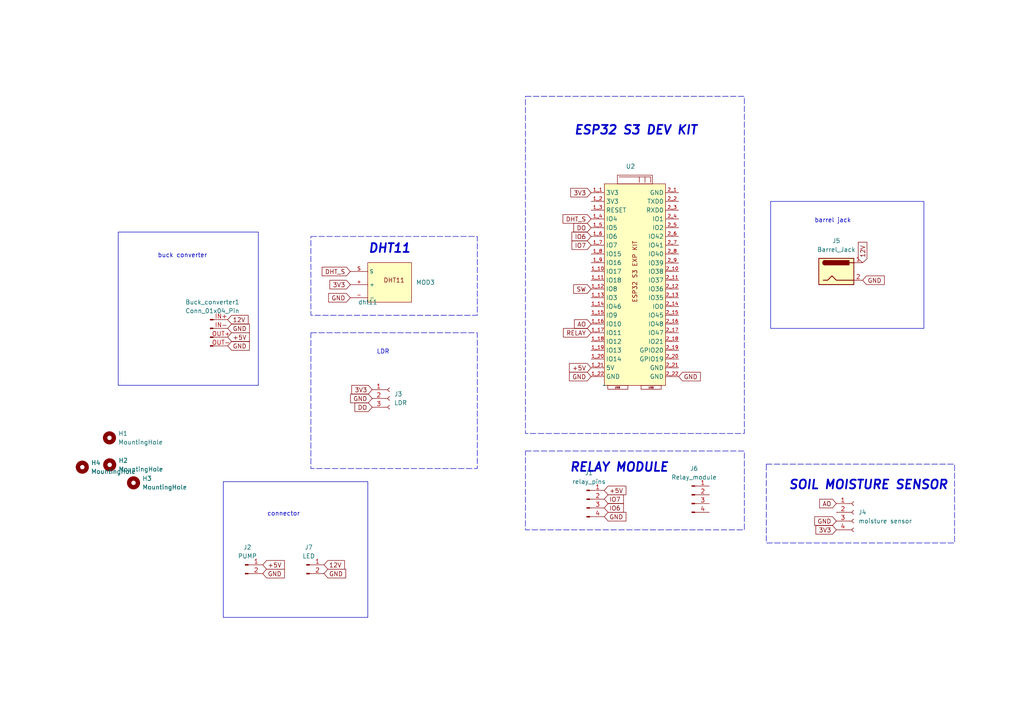
<source format=kicad_sch>
(kicad_sch (version 20230121) (generator eeschema)
  (paper "A4")
  (lib_symbols
    (symbol "Conn_01x04_Pin_1" (pin_names (offset 1.016) hide)
      (property "Reference" "J6" (at 0.635 7.62 0))
      (property "Value" "Conn_01x04_Pin" (at 0.635 5.08 0))
      (symbol "Conn_01x04_Pin_1_1_1"
        (polyline (pts (xy 1.27 -5.08) (xy 0.8636 -5.08)) (stroke (width 0.1524)))
        (polyline (pts (xy 1.27 -2.54) (xy 0.8636 -2.54)) (stroke (width 0.1524)))
        (polyline (pts (xy 1.27 0) (xy 0.8636 0)) (stroke (width 0.1524)))
        (polyline (pts (xy 1.27 2.54) (xy 0.8636 2.54)) (stroke (width 0.1524)))
        (rectangle (start 0.8636 -4.953) (end 0 -5.207) (stroke (width 0.1524)) (fill (type outline)))
        (rectangle (start 0.8636 -2.413) (end 0 -2.667) (stroke (width 0.1524)) (fill (type outline)))
        (rectangle (start 0.8636 0.127) (end 0 -0.127) (stroke (width 0.1524)) (fill (type outline)))
        (rectangle (start 0.8636 2.667) (end 0 2.413) (stroke (width 0.1524)) (fill (type outline)))
        (pin passive line (at 5.08 2.54 180) (length 3.81) (name "IN+") (number "IN+"))
        (pin passive line (at 5.08 0 180) (length 3.81) (name "IN-") (number "IN-"))
        (pin passive line (at 5.08 -2.54 180) (length 3.81) (name "OUT+") (number "OUT+"))
        (pin passive line (at 5.08 -5.08 180) (length 3.81) (name "OUT-") (number "OUT-"))
      )
    )
    (symbol "Conn_01x04_Pin_2" (pin_names (offset 1.016) hide)
      (property "Reference" "J" (at 0 5.08 0))
      (property "Value" "Conn_01x04_Pin" (at 0 -7.62 0))
      (symbol "Conn_01x04_Pin_2_1_1"
        (polyline (pts (xy 1.27 -5.08) (xy 0.8636 -5.08)) (stroke (width 0.1524)))
        (polyline (pts (xy 1.27 -2.54) (xy 0.8636 -2.54)) (stroke (width 0.1524)))
        (polyline (pts (xy 1.27 0) (xy 0.8636 0)) (stroke (width 0.1524)))
        (polyline (pts (xy 1.27 2.54) (xy 0.8636 2.54)) (stroke (width 0.1524)))
        (rectangle (start 0.8636 -4.953) (end 0 -5.207) (stroke (width 0.1524)) (fill (type outline)))
        (rectangle (start 0.8636 -2.413) (end 0 -2.667) (stroke (width 0.1524)) (fill (type outline)))
        (rectangle (start 0.8636 0.127) (end 0 -0.127) (stroke (width 0.1524)) (fill (type outline)))
        (rectangle (start 0.8636 2.667) (end 0 2.413) (stroke (width 0.1524)) (fill (type outline)))
        (pin passive line (at 5.08 2.54 180) (length 3.81) (name "Pin_1") (number "1"))
        (pin passive line (at 5.08 0 180) (length 3.81) (name "Pin_2") (number "2"))
        (pin passive line (at 5.08 -2.54 180) (length 3.81) (name "Pin_3") (number "3"))
        (pin passive line (at 5.08 -5.08 180) (length 3.81) (name "Pin_4") (number "4"))
      )
    )
    (symbol "Connector:Barrel_Jack" (pin_names (offset 1.016))
      (property "Reference" "J" (at 0 5.334 0))
      (property "Value" "Barrel_Jack" (at 0 -5.08 0))
      (symbol "Barrel_Jack_0_1"
        (rectangle (start -5.08 3.81) (end 5.08 -3.81) (stroke (width 0.254)) (fill (type background)))
        (arc (start -3.302 3.175) (mid -3.9343 2.54) (end -3.302 1.905) (stroke (width 0.254)))
        (arc (start -3.302 3.175) (mid -3.9343 2.54) (end -3.302 1.905) (stroke (width 0.254)) (fill (type outline)))
        (polyline (pts (xy 5.08 2.54) (xy 3.81 2.54)) (stroke (width 0.254)))
        (polyline (pts (xy -3.81 -2.54) (xy -2.54 -2.54) (xy -1.27 -1.27) (xy 0 -2.54) (xy 2.54 -2.54) (xy 5.08 -2.54)) (stroke (width 0.254)))
        (rectangle (start 3.683 3.175) (end -3.302 1.905) (stroke (width 0.254)) (fill (type outline)))
      )
      (symbol "Barrel_Jack_1_1"
        (pin passive line (at 7.62 2.54 180) (length 2.54) (name "~") (number "1"))
        (pin passive line (at 7.62 -2.54 180) (length 2.54) (name "~") (number "2"))
      )
    )
    (symbol "Connector:Conn_01x02_Pin" (pin_names (offset 1.016) hide)
      (property "Reference" "J" (at 0 2.54 0))
      (property "Value" "Conn_01x02_Pin" (at 0 -5.08 0))
      (symbol "Conn_01x02_Pin_1_1"
        (polyline (pts (xy 1.27 -2.54) (xy 0.8636 -2.54)) (stroke (width 0.1524)))
        (polyline (pts (xy 1.27 0) (xy 0.8636 0)) (stroke (width 0.1524)))
        (rectangle (start 0.8636 -2.413) (end 0 -2.667) (stroke (width 0.1524)) (fill (type outline)))
        (rectangle (start 0.8636 0.127) (end 0 -0.127) (stroke (width 0.1524)) (fill (type outline)))
        (pin passive line (at 5.08 0 180) (length 3.81) (name "Pin_1") (number "1"))
        (pin passive line (at 5.08 -2.54 180) (length 3.81) (name "Pin_2") (number "2"))
      )
    )
    (symbol "Connector:Conn_01x03_Socket" (pin_names (offset 1.016) hide)
      (property "Reference" "J" (at 0 5.08 0))
      (property "Value" "Conn_01x03_Socket" (at 0 -5.08 0))
      (symbol "Conn_01x03_Socket_1_1"
        (arc (start 0 -2.032) (mid -0.5058 -2.54) (end 0 -3.048) (stroke (width 0.1524)))
        (polyline (pts (xy -1.27 -2.54) (xy -0.508 -2.54)) (stroke (width 0.1524)))
        (polyline (pts (xy -1.27 0) (xy -0.508 0)) (stroke (width 0.1524)))
        (polyline (pts (xy -1.27 2.54) (xy -0.508 2.54)) (stroke (width 0.1524)))
        (arc (start 0 0.508) (mid -0.5058 0) (end 0 -0.508) (stroke (width 0.1524)))
        (arc (start 0 3.048) (mid -0.5058 2.54) (end 0 2.032) (stroke (width 0.1524)))
        (pin passive line (at -5.08 2.54 0) (length 3.81) (name "Pin_1") (number "1"))
        (pin passive line (at -5.08 0 0) (length 3.81) (name "Pin_2") (number "2"))
        (pin passive line (at -5.08 -2.54 0) (length 3.81) (name "Pin_3") (number "3"))
      )
    )
    (symbol "Connector:Conn_01x04_Pin" (pin_names (offset 1.016) hide)
      (property "Reference" "J6" (at 0.635 7.62 0))
      (property "Value" "Relay_module" (at 0.635 5.08 0))
      (symbol "Conn_01x04_Pin_1_1"
        (polyline (pts (xy 1.27 -5.08) (xy 0.8636 -5.08)) (stroke (width 0.1524)))
        (polyline (pts (xy 1.27 -2.54) (xy 0.8636 -2.54)) (stroke (width 0.1524)))
        (polyline (pts (xy 1.27 0) (xy 0.8636 0)) (stroke (width 0.1524)))
        (polyline (pts (xy 1.27 2.54) (xy 0.8636 2.54)) (stroke (width 0.1524)))
        (rectangle (start 0.8636 -4.953) (end 0 -5.207) (stroke (width 0.1524)) (fill (type outline)))
        (rectangle (start 0.8636 -2.413) (end 0 -2.667) (stroke (width 0.1524)) (fill (type outline)))
        (rectangle (start 0.8636 0.127) (end 0 -0.127) (stroke (width 0.1524)) (fill (type outline)))
        (rectangle (start 0.8636 2.667) (end 0 2.413) (stroke (width 0.1524)) (fill (type outline)))
        (pin passive line (at 5.08 2.54 180) (length 3.81) (name "1") (number "1"))
        (pin passive line (at 5.08 0 180) (length 3.81) (name "2") (number "2"))
        (pin passive line (at 5.08 -2.54 180) (length 3.81) (name "3") (number "3"))
        (pin passive line (at 5.08 -5.08 180) (length 3.81) (name "4") (number "4"))
      )
    )
    (symbol "Connector:Conn_01x04_Socket" (pin_names (offset 1.016) hide)
      (property "Reference" "J" (at 0 5.08 0))
      (property "Value" "Conn_01x04_Socket" (at 0 -7.62 0))
      (symbol "Conn_01x04_Socket_1_1"
        (arc (start 0 -4.572) (mid -0.5058 -5.08) (end 0 -5.588) (stroke (width 0.1524)))
        (arc (start 0 -2.032) (mid -0.5058 -2.54) (end 0 -3.048) (stroke (width 0.1524)))
        (polyline (pts (xy -1.27 -5.08) (xy -0.508 -5.08)) (stroke (width 0.1524)))
        (polyline (pts (xy -1.27 -2.54) (xy -0.508 -2.54)) (stroke (width 0.1524)))
        (polyline (pts (xy -1.27 0) (xy -0.508 0)) (stroke (width 0.1524)))
        (polyline (pts (xy -1.27 2.54) (xy -0.508 2.54)) (stroke (width 0.1524)))
        (arc (start 0 0.508) (mid -0.5058 0) (end 0 -0.508) (stroke (width 0.1524)))
        (arc (start 0 3.048) (mid -0.5058 2.54) (end 0 2.032) (stroke (width 0.1524)))
        (pin passive line (at -5.08 2.54 0) (length 3.81) (name "Pin_1") (number "1"))
        (pin passive line (at -5.08 0 0) (length 3.81) (name "Pin_2") (number "2"))
        (pin passive line (at -5.08 -2.54 0) (length 3.81) (name "Pin_3") (number "3"))
        (pin passive line (at -5.08 -5.08 0) (length 3.81) (name "Pin_4") (number "4"))
      )
    )
    (symbol "Kicad_lib:DHT11"
      (property "Reference" "MOD" (at 2.54 -1.27 0))
      (symbol "DHT11_1_1"
        (rectangle (start 0 11.43) (end 12.7 0) (fill (type background)))
        (text "DHT11" (at 7.62 6.35 0) (effects (font (size 1.27 1.27))))
        (pin bidirectional line (at -5.08 5.08 0) (length 5.08) (name "+") (number "+"))
        (pin bidirectional line (at -5.08 1.27 0) (length 5.08) (name "-") (number "-"))
        (pin bidirectional line (at -5.08 8.89 0) (length 5.08) (name "S") (number "S"))
      )
    )
    (symbol "Mechanical:MountingHole" (pin_names (offset 1.016))
      (property "Reference" "H" (at 0 5.08 0))
      (property "Value" "MountingHole" (at 0 3.175 0))
      (symbol "MountingHole_0_1"
        (circle (center 0 0) (radius 1.27) (stroke (width 1.27)))
      )
    )
    (symbol "esp32s3:ESP32S3-BRD"
      (property "Reference" "U" (at 1.905 59.69 0))
      (symbol "ESP32S3-BRD_1_1"
        (polyline (pts (xy 10.16 60.452) (xy 10.16 58.801)))
        (polyline (pts (xy 11.811 60.452) (xy 11.811 58.801)))
        (polyline (pts (xy 4.318 60.452) (xy 13.462 60.452) (xy 13.462 58.801)))
        (polyline (pts (xy 0 58.42) (xy 17.78 58.42) (xy 17.78 0) (xy 0 0) (xy 0 58.42)) (fill (type background)))
        (rectangle (start 1.016 0) (end 6.858 -1.143))
        (rectangle (start 3.81 60.96) (end 13.97 58.42))
        (rectangle (start 10.668 0) (end 16.51 -1.143))
        (text "ESP32 S3 EXP KIT\n" (at 8.89 33.02 900) (effects (font (size 1.27 1.27))))
        (text "USB" (at 3.81 -0.635 0) (effects (font (size 0.5 0.5))))
        (text "USB" (at 13.589 -0.635 0) (effects (font (size 0.5 0.5))))
        (pin power_out line (at -3.81 55.88 0) (length 3.81) (name "3V3") (number "1_1"))
        (pin input line (at -3.81 33.02 0) (length 3.81) (name "IO17") (number "1_10"))
        (pin input line (at -3.81 30.48 0) (length 3.81) (name "IO18") (number "1_11"))
        (pin input line (at -3.81 27.94 0) (length 3.81) (name "IO8") (number "1_12"))
        (pin input line (at -3.81 25.4 0) (length 3.81) (name "IO3") (number "1_13"))
        (pin input line (at -3.81 22.86 0) (length 3.81) (name "IO46") (number "1_14"))
        (pin input line (at -3.81 20.32 0) (length 3.81) (name "IO9") (number "1_15"))
        (pin input line (at -3.81 17.78 0) (length 3.81) (name "IO10") (number "1_16"))
        (pin input line (at -3.81 15.24 0) (length 3.81) (name "IO11") (number "1_17"))
        (pin input line (at -3.81 12.7 0) (length 3.81) (name "IO12") (number "1_18"))
        (pin input line (at -3.81 10.16 0) (length 3.81) (name "IO13") (number "1_19"))
        (pin power_out line (at -3.81 53.34 0) (length 3.81) (name "3V3") (number "1_2"))
        (pin input line (at -3.81 7.62 0) (length 3.81) (name "IO14") (number "1_20"))
        (pin power_in line (at -3.81 5.08 0) (length 3.81) (name "5V") (number "1_21"))
        (pin input line (at -3.81 2.54 0) (length 3.81) (name "GND") (number "1_22"))
        (pin input line (at -3.81 50.8 0) (length 3.81) (name "RESET") (number "1_3"))
        (pin input line (at -3.81 48.26 0) (length 3.81) (name "IO4") (number "1_4"))
        (pin input line (at -3.81 45.72 0) (length 3.81) (name "IO5") (number "1_5"))
        (pin input line (at -3.81 43.18 0) (length 3.81) (name "IO6") (number "1_6"))
        (pin input line (at -3.81 40.64 0) (length 3.81) (name "IO7") (number "1_7"))
        (pin input line (at -3.81 38.1 0) (length 3.81) (name "IO15") (number "1_8"))
        (pin input line (at -3.81 35.56 0) (length 3.81) (name "IO16") (number "1_9"))
        (pin input line (at 21.59 55.88 180) (length 3.81) (name "GND") (number "2_1"))
        (pin input line (at 21.59 33.02 180) (length 3.81) (name "IO38") (number "2_10"))
        (pin input line (at 21.59 30.48 180) (length 3.81) (name "IO37") (number "2_11"))
        (pin input line (at 21.59 27.94 180) (length 3.81) (name "IO36") (number "2_12"))
        (pin input line (at 21.59 25.4 180) (length 3.81) (name "IO35") (number "2_13"))
        (pin input line (at 21.59 22.86 180) (length 3.81) (name "IO0") (number "2_14"))
        (pin input line (at 21.59 20.32 180) (length 3.81) (name "IO45") (number "2_15"))
        (pin input line (at 21.59 17.78 180) (length 3.81) (name "IO48") (number "2_16"))
        (pin input line (at 21.59 15.24 180) (length 3.81) (name "IO47") (number "2_17"))
        (pin input line (at 21.59 12.7 180) (length 3.81) (name "IO21") (number "2_18"))
        (pin input line (at 21.59 10.16 180) (length 3.81) (name "GPIO20") (number "2_19"))
        (pin input line (at 21.59 53.34 180) (length 3.81) (name "TXD0") (number "2_2"))
        (pin input line (at 21.59 7.62 180) (length 3.81) (name "GPIO19") (number "2_20"))
        (pin input line (at 21.59 5.08 180) (length 3.81) (name "GND") (number "2_21"))
        (pin input line (at 21.59 2.54 180) (length 3.81) (name "GND") (number "2_22"))
        (pin input line (at 21.59 50.8 180) (length 3.81) (name "RXD0") (number "2_3"))
        (pin input line (at 21.59 48.26 180) (length 3.81) (name "IO1") (number "2_4"))
        (pin input line (at 21.59 45.72 180) (length 3.81) (name "IO2") (number "2_5"))
        (pin input line (at 21.59 43.18 180) (length 3.81) (name "IO42") (number "2_6"))
        (pin input line (at 21.59 40.64 180) (length 3.81) (name "IO41") (number "2_7"))
        (pin input line (at 21.59 38.1 180) (length 3.81) (name "IO40") (number "2_8"))
        (pin input line (at 21.59 35.4717 180) (length 3.81) (name "IO39") (number "2_9"))
      )
    )
  )
  (rectangle (start 90.17 96.52) (end 138.43 135.89) (stroke (width 0) (type dash)))
  (rectangle (start 90.17 68.58) (end 138.43 91.44) (stroke (width 0) (type dash)))
  (rectangle (start 34.29 67.31) (end 74.93 111.76))
  (rectangle (start 152.4 27.94) (end 215.9 125.73) (stroke (width 0) (type dash)))
  (rectangle (start 223.52 58.42) (end 267.97 95.25))
  (rectangle (start 152.4 130.81) (end 215.9 153.67) (stroke (width 0) (type dash)))
  (rectangle (start 64.77 139.7) (end 106.68 179.07))
  (rectangle (start 222.25 134.62) (end 276.86 157.48) (stroke (width 0) (type dash)))
  (text "DHT11" (at 106.68 73.66 0) (effects (font (size 2.54 2.54) (thickness 0.508) bold italic) (justify left bottom)))
  (text "LDR\n" (at 109.22 102.87 0) (effects (font (size 1.27 1.27)) (justify left bottom)))
  (text "ESP32 S3 DEV KIT" (at 166.37 39.37 0) (effects (font (size 2.54 2.54) (thickness 0.508) bold italic) (justify left bottom)))
  (text "RELAY MODULE" (at 165.1 137.16 0) (effects (font (size 2.54 2.54) (thickness 0.508) bold italic) (justify left bottom)))
  (text "connector\n" (at 77.47 149.86 0) (effects (font (size 1.27 1.27)) (justify left bottom)))
  (text "SOIL MOISTURE SENSOR" (at 228.6 142.24 0) (effects (font (size 2.54 2.54) (thickness 0.508) bold italic) (justify left bottom)))
  (text "buck converter\n" (at 45.72 74.93 0) (effects (font (size 1.27 1.27)) (justify left bottom)))
  (text "barrel jack" (at 236.22 64.77 0) (effects (font (size 1.27 1.27)) (justify left bottom)))
  (global_label "DHT_S" (shape input) (at 101.6 78.74 180) (property "Intersheetrefs" "${INTERSHEET_REFS}" (effects hide)))
  (global_label "12V" (shape input) (at 250.19 76.2 90) (property "Intersheetrefs" "${INTERSHEET_REFS}" (effects hide)))
  (global_label "+5V" (shape input) (at 66.04 97.79 0) (property "Intersheetrefs" "${INTERSHEET_REFS}" (effects hide)))
  (global_label "+5V" (shape input) (at 171.45 106.68 180) (property "Intersheetrefs" "${INTERSHEET_REFS}" (effects hide)))
  (global_label "AO" (shape input) (at 171.45 93.98 180) (property "Intersheetrefs" "${INTERSHEET_REFS}" (effects hide)))
  (global_label "GND" (shape input) (at 93.98 166.37 0) (property "Intersheetrefs" "${INTERSHEET_REFS}" (effects hide)))
  (global_label "IO6" (shape input) (at 175.26 147.32 0) (property "Intersheetrefs" "${INTERSHEET_REFS}" (effects hide)))
  (global_label "DHT_S" (shape input) (at 171.45 63.5 180) (property "Intersheetrefs" "${INTERSHEET_REFS}" (effects hide)))
  (global_label "+5V" (shape input) (at 175.26 142.24 0) (property "Intersheetrefs" "${INTERSHEET_REFS}" (effects hide)))
  (global_label "RELAY" (shape input) (at 171.45 96.52 180) (property "Intersheetrefs" "${INTERSHEET_REFS}" (effects hide)))
  (global_label "12V" (shape input) (at 66.04 92.71 0) (property "Intersheetrefs" "${INTERSHEET_REFS}" (effects hide)))
  (global_label "+5V" (shape input) (at 76.2 163.83 0) (property "Intersheetrefs" "${INTERSHEET_REFS}" (effects hide)))
  (global_label "3V3" (shape input) (at 171.45 55.88 180) (property "Intersheetrefs" "${INTERSHEET_REFS}" (effects hide)))
  (global_label "3V3" (shape input) (at 107.95 113.03 180) (property "Intersheetrefs" "${INTERSHEET_REFS}" (effects hide)))
  (global_label "GND" (shape input) (at 66.04 95.25 0) (property "Intersheetrefs" "${INTERSHEET_REFS}" (effects hide)))
  (global_label "AO" (shape input) (at 242.57 146.05 180) (property "Intersheetrefs" "${INTERSHEET_REFS}" (effects hide)))
  (global_label "GND" (shape input) (at 250.19 81.28 0) (property "Intersheetrefs" "${INTERSHEET_REFS}" (effects hide)))
  (global_label "DO" (shape input) (at 171.45 66.04 180) (property "Intersheetrefs" "${INTERSHEET_REFS}" (effects hide)))
  (global_label "DO" (shape input) (at 107.95 118.11 180) (property "Intersheetrefs" "${INTERSHEET_REFS}" (effects hide)))
  (global_label "GND" (shape input) (at 66.04 100.33 0) (property "Intersheetrefs" "${INTERSHEET_REFS}" (effects hide)))
  (global_label "3V3" (shape input) (at 242.57 153.67 180) (property "Intersheetrefs" "${INTERSHEET_REFS}" (effects hide)))
  (global_label "GND" (shape input) (at 101.6 86.36 180) (property "Intersheetrefs" "${INTERSHEET_REFS}" (effects hide)))
  (global_label "GND" (shape input) (at 107.95 115.57 180) (property "Intersheetrefs" "${INTERSHEET_REFS}" (effects hide)))
  (global_label "GND" (shape input) (at 196.85 109.22 0) (property "Intersheetrefs" "${INTERSHEET_REFS}" (effects hide)))
  (global_label "GND" (shape input) (at 175.26 149.86 0) (property "Intersheetrefs" "${INTERSHEET_REFS}" (effects hide)))
  (global_label "IO7" (shape input) (at 171.45 71.12 180) (property "Intersheetrefs" "${INTERSHEET_REFS}" (effects hide)))
  (global_label "GND" (shape input) (at 242.57 151.13 180) (property "Intersheetrefs" "${INTERSHEET_REFS}" (effects hide)))
  (global_label "IO7" (shape input) (at 175.26 144.78 0) (property "Intersheetrefs" "${INTERSHEET_REFS}" (effects hide)))
  (global_label "IO6" (shape input) (at 171.45 68.58 180) (property "Intersheetrefs" "${INTERSHEET_REFS}" (effects hide)))
  (global_label "SW" (shape input) (at 171.45 83.82 180) (property "Intersheetrefs" "${INTERSHEET_REFS}" (effects hide)))
  (global_label "3V3" (shape input) (at 101.6 82.55 180) (property "Intersheetrefs" "${INTERSHEET_REFS}" (effects hide)))
  (global_label "12V" (shape input) (at 93.98 163.83 0) (property "Intersheetrefs" "${INTERSHEET_REFS}" (effects hide)))
  (global_label "GND" (shape input) (at 171.45 109.22 180) (property "Intersheetrefs" "${INTERSHEET_REFS}" (effects hide)))
  (global_label "GND" (shape input) (at 76.2 166.37 0) (property "Intersheetrefs" "${INTERSHEET_REFS}" (effects hide)))
  (symbol (lib_id "Connector:Conn_01x04_Socket") (at 247.65 148.59 0) (unit 1)
    (property "Reference" "J4" (at 248.92 148.59 0) (effects (justify left)))
    (property "Value" "moisture sensor" (at 248.92 151.13 0) (effects (justify left)))
    (property "Footprint" "Connector_PinHeader_2.54mm:PinHeader_1x04_P2.54mm_Vertical" (effects hide))
  )
  (symbol (lib_id "esp32s3:ESP32S3-BRD") (at 175.26 111.76 0) (unit 1)
    (property "Reference" "U2" (at 182.88 48.26 0))
    (property "Value" "~" (at 175.26 111.76 0))
    (property "Footprint" "ESP32-S3 EXP KIT LIBRARY:ESP32-S3BRD" (effects hide))
  )
  (symbol (lib_id "Connector:Conn_01x02_Pin") (at 88.9 163.83 0) (unit 1)
    (property "Reference" "J7" (at 89.535 158.75 0))
    (property "Value" "LED" (at 89.535 161.29 0))
    (property "Footprint" "kicad_lib:TE_282837-2" (effects hide))
  )
  (symbol (lib_id "Connector:Barrel_Jack") (at 242.57 78.74 0) (unit 1)
    (property "Reference" "J5" (at 242.57 69.85 0))
    (property "Value" "Barrel_Jack" (at 242.57 72.39 0))
    (property "Footprint" "Connector_BarrelJack:BarrelJack_Horizontal" (effects hide))
  )
  (symbol (lib_id "Connector:Conn_01x02_Pin") (at 71.12 163.83 0) (unit 1)
    (property "Reference" "J2" (at 71.755 158.75 0))
    (property "Value" "PUMP" (at 71.755 161.29 0))
    (property "Footprint" "kicad_lib:TE_282837-2" (effects hide))
  )
  (symbol (lib_name "Conn_01x04_Pin_1") (lib_id "Connector:Conn_01x04_Pin") (at 60.96 95.25 0) (unit 1)
    (property "Reference" "Buck_converter1" (at 61.595 87.63 0))
    (property "Value" "Conn_01x04_Pin" (at 61.595 90.17 0))
    (property "Footprint" "kicad_lib:BUCK CONVERTER" (effects hide))
  )
  (symbol (lib_id "Mechanical:MountingHole") (at 31.75 127 0) (unit 1)
    (property "Reference" "H1" (at 34.29 125.73 0) (effects (justify left)))
    (property "Value" "MountingHole" (at 34.29 128.27 0) (effects (justify left)))
    (property "Footprint" "MountingHole:MountingHole_2.5mm_Pad" (effects hide))
  )
  (symbol (lib_id "Connector:Conn_01x04_Pin") (at 200.66 143.51 0) (unit 1)
    (property "Reference" "J6" (at 201.295 135.89 0))
    (property "Value" "Relay_module" (at 201.295 138.43 0))
    (property "Footprint" "Connector_PinHeader_2.54mm:PinHeader_1x04_P2.54mm_Vertical" (effects hide))
  )
  (symbol (lib_name "Conn_01x04_Pin_2") (lib_id "Connector:Conn_01x04_Pin") (at 170.18 144.78 0) (unit 1)
    (property "Reference" "J1" (at 170.815 137.16 0))
    (property "Value" "relay_pins" (at 170.815 139.7 0))
    (property "Footprint" "Connector_PinHeader_2.54mm:PinHeader_1x04_P2.54mm_Vertical" (effects hide))
  )
  (symbol (lib_id "Mechanical:MountingHole") (at 38.7286 140.0441 0) (unit 1)
    (property "Reference" "H3" (at 41.2686 138.7741 0) (effects (justify left)))
    (property "Value" "MountingHole" (at 41.2686 141.3141 0) (effects (justify left)))
    (property "Footprint" "MountingHole:MountingHole_2.5mm_Pad" (effects hide))
  )
  (symbol (lib_id "Mechanical:MountingHole") (at 23.8771 135.495 0) (unit 1)
    (property "Reference" "H4" (at 26.4171 134.225 0) (effects (justify left)))
    (property "Value" "MountingHole" (at 26.4171 136.765 0) (effects (justify left)))
    (property "Footprint" "MountingHole:MountingHole_2.5mm_Pad" (effects hide))
  )
  (symbol (lib_id "Connector:Conn_01x03_Socket") (at 113.03 115.57 0) (unit 1)
    (property "Reference" "J3" (at 114.3 114.3 0) (effects (justify left)))
    (property "Value" "LDR" (at 114.3 116.84 0) (effects (justify left)))
    (property "Footprint" "Connector_JST:JST_EH_B3B-EH-A_1x03_P2.50mm_Vertical" (effects hide))
  )
  (symbol (lib_id "Mechanical:MountingHole") (at 31.8158 134.826 0) (unit 1)
    (property "Reference" "H2" (at 34.3558 133.556 0) (effects (justify left)))
    (property "Value" "MountingHole" (at 34.3558 136.096 0) (effects (justify left)))
    (property "Footprint" "MountingHole:MountingHole_2.5mm_Pad" (effects hide))
  )
  (symbol (lib_id "Kicad_lib:DHT11") (at 106.68 87.63 0) (unit 1)
    (property "Reference" "MOD3" (at 120.65 81.915 0) (effects (justify left)))
    (property "Value" "dht11" (at 106.68 87.63 0))
    (property "Footprint" "Connector_PinHeader_2.54mm:PinHeader_1x03_P2.54mm_Vertical" (effects hide))
  )
)
</source>
